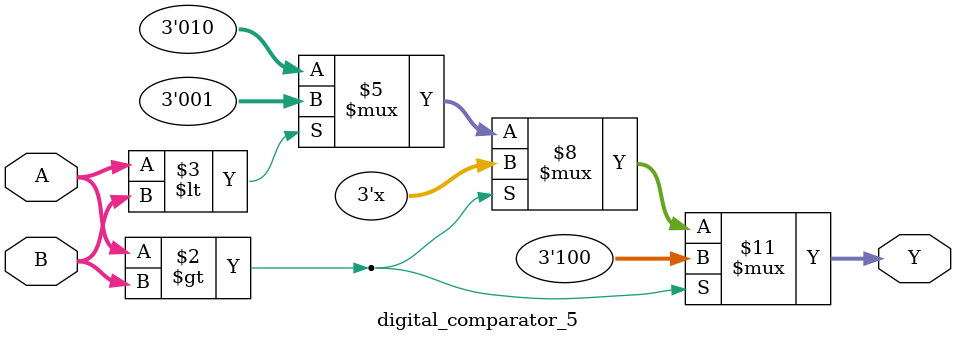
<source format=v>
`timescale 1ns / 1ps
module digital_comparator_5(A,B,Y);
// 4Î»ÊýÖµ±È½ÏÆ÷
// a>b,y=100;
// a=b,y=010;
// a<b,y=110;
	input[3:0] A,B;
	output reg[2:0] Y;
	
	always @(*)
	begin
		if(A>B)	Y = 3'b100;
		else if(A<B)	Y=3'b001;
		else Y=3'b010;
	end

endmodule


</source>
